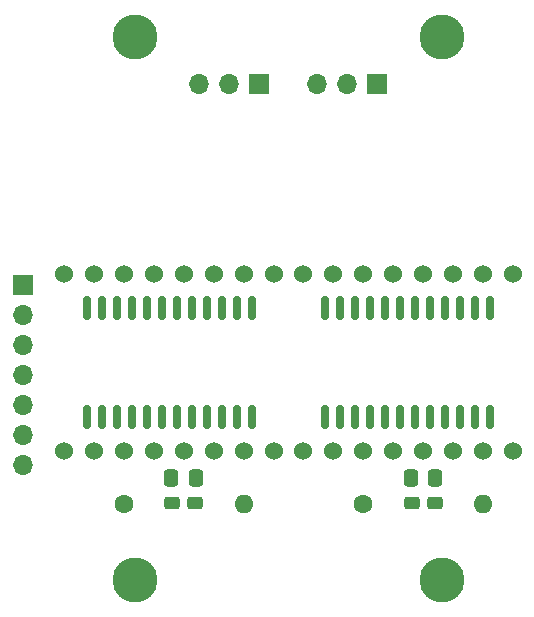
<source format=gbs>
G04 #@! TF.GenerationSoftware,KiCad,Pcbnew,8.0.2*
G04 #@! TF.CreationDate,2024-08-16T15:41:43+09:00*
G04 #@! TF.ProjectId,compatible_chan-v0-led,636f6d70-6174-4696-926c-655f6368616e,rev?*
G04 #@! TF.SameCoordinates,Original*
G04 #@! TF.FileFunction,Soldermask,Bot*
G04 #@! TF.FilePolarity,Negative*
%FSLAX46Y46*%
G04 Gerber Fmt 4.6, Leading zero omitted, Abs format (unit mm)*
G04 Created by KiCad (PCBNEW 8.0.2) date 2024-08-16 15:41:43*
%MOMM*%
%LPD*%
G01*
G04 APERTURE LIST*
G04 Aperture macros list*
%AMRoundRect*
0 Rectangle with rounded corners*
0 $1 Rounding radius*
0 $2 $3 $4 $5 $6 $7 $8 $9 X,Y pos of 4 corners*
0 Add a 4 corners polygon primitive as box body*
4,1,4,$2,$3,$4,$5,$6,$7,$8,$9,$2,$3,0*
0 Add four circle primitives for the rounded corners*
1,1,$1+$1,$2,$3*
1,1,$1+$1,$4,$5*
1,1,$1+$1,$6,$7*
1,1,$1+$1,$8,$9*
0 Add four rect primitives between the rounded corners*
20,1,$1+$1,$2,$3,$4,$5,0*
20,1,$1+$1,$4,$5,$6,$7,0*
20,1,$1+$1,$6,$7,$8,$9,0*
20,1,$1+$1,$8,$9,$2,$3,0*%
G04 Aperture macros list end*
%ADD10C,3.800000*%
%ADD11C,1.524000*%
%ADD12C,1.600000*%
%ADD13O,1.600000X1.600000*%
%ADD14RoundRect,0.250000X-0.400000X-0.275000X0.400000X-0.275000X0.400000X0.275000X-0.400000X0.275000X0*%
%ADD15RoundRect,0.150000X-0.150000X0.875000X-0.150000X-0.875000X0.150000X-0.875000X0.150000X0.875000X0*%
%ADD16R,1.700000X1.700000*%
%ADD17O,1.700000X1.700000*%
%ADD18RoundRect,0.250000X-0.337500X-0.475000X0.337500X-0.475000X0.337500X0.475000X-0.337500X0.475000X0*%
G04 APERTURE END LIST*
D10*
X82000000Y-93500000D03*
D11*
X113990000Y-67600000D03*
X111450000Y-67600000D03*
X108910000Y-67600000D03*
X106370000Y-67600000D03*
X103830000Y-67600000D03*
X101290000Y-67600000D03*
X98750000Y-67600000D03*
X96210000Y-67600000D03*
X96210000Y-82600000D03*
X98750000Y-82600000D03*
X101290000Y-82600000D03*
X103830000Y-82600000D03*
X106370000Y-82600000D03*
X108910000Y-82600000D03*
X111450000Y-82600000D03*
X113990000Y-82600000D03*
D10*
X82000000Y-47500000D03*
X108000000Y-47500000D03*
D12*
X101300000Y-87100000D03*
D13*
X111460000Y-87100000D03*
D10*
X108000000Y-93500000D03*
D11*
X93790000Y-67600000D03*
X91250000Y-67600000D03*
X88710000Y-67600000D03*
X86170000Y-67600000D03*
X83630000Y-67600000D03*
X81090000Y-67600000D03*
X78550000Y-67600000D03*
X76010000Y-67600000D03*
X76010000Y-82600000D03*
X78550000Y-82600000D03*
X81090000Y-82600000D03*
X83630000Y-82600000D03*
X86170000Y-82600000D03*
X88710000Y-82600000D03*
X91250000Y-82600000D03*
X93790000Y-82600000D03*
D12*
X81100000Y-87100000D03*
D13*
X91260000Y-87100000D03*
D14*
X85125000Y-87000000D03*
X87075000Y-87000000D03*
D15*
X98115000Y-70450000D03*
X99385000Y-70450000D03*
X100655000Y-70450000D03*
X101925000Y-70450000D03*
X103195000Y-70450000D03*
X104465000Y-70450000D03*
X105735000Y-70450000D03*
X107005000Y-70450000D03*
X108275000Y-70450000D03*
X109545000Y-70450000D03*
X110815000Y-70450000D03*
X112085000Y-70450000D03*
X112085000Y-79750000D03*
X110815000Y-79750000D03*
X109545000Y-79750000D03*
X108275000Y-79750000D03*
X107005000Y-79750000D03*
X105735000Y-79750000D03*
X104465000Y-79750000D03*
X103195000Y-79750000D03*
X101925000Y-79750000D03*
X100655000Y-79750000D03*
X99385000Y-79750000D03*
X98115000Y-79750000D03*
D16*
X102500000Y-51500000D03*
D17*
X99960000Y-51500000D03*
X97420000Y-51500000D03*
D14*
X105425000Y-87000000D03*
X107375000Y-87000000D03*
D18*
X105362500Y-84900000D03*
X107437500Y-84900000D03*
D15*
X77915000Y-70450000D03*
X79185000Y-70450000D03*
X80455000Y-70450000D03*
X81725000Y-70450000D03*
X82995000Y-70450000D03*
X84265000Y-70450000D03*
X85535000Y-70450000D03*
X86805000Y-70450000D03*
X88075000Y-70450000D03*
X89345000Y-70450000D03*
X90615000Y-70450000D03*
X91885000Y-70450000D03*
X91885000Y-79750000D03*
X90615000Y-79750000D03*
X89345000Y-79750000D03*
X88075000Y-79750000D03*
X86805000Y-79750000D03*
X85535000Y-79750000D03*
X84265000Y-79750000D03*
X82995000Y-79750000D03*
X81725000Y-79750000D03*
X80455000Y-79750000D03*
X79185000Y-79750000D03*
X77915000Y-79750000D03*
D16*
X92525000Y-51500000D03*
D17*
X89985000Y-51500000D03*
X87445000Y-51500000D03*
D18*
X85062500Y-84900000D03*
X87137500Y-84900000D03*
D16*
X72500000Y-68500000D03*
D17*
X72500000Y-71040000D03*
X72500000Y-73580000D03*
X72500000Y-76120000D03*
X72500000Y-78660000D03*
X72500000Y-81200000D03*
X72500000Y-83740000D03*
M02*

</source>
